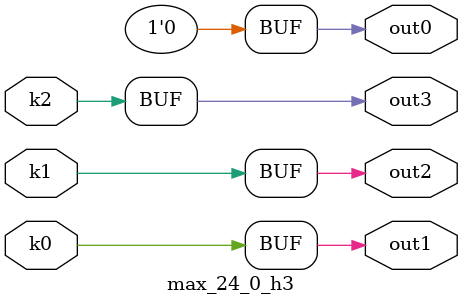
<source format=v>
module max_24_0(pi0, pi1, pi2, pi3, pi4, pi5, pi6, pi7, pi8, po0, po1, po2, po3);
input pi0, pi1, pi2, pi3, pi4, pi5, pi6, pi7, pi8;
output po0, po1, po2, po3;
wire k0, k1, k2;
max_24_0_w3 DUT1 (pi0, pi1, pi2, pi3, pi4, pi5, pi6, pi7, pi8, k0, k1, k2);
max_24_0_h3 DUT2 (k0, k1, k2, po0, po1, po2, po3);
endmodule

module max_24_0_w3(in8, in7, in6, in5, in4, in3, in2, in1, in0, k2, k1, k0);
input in8, in7, in6, in5, in4, in3, in2, in1, in0;
output k2, k1, k0;
assign k0 =   in0 ? ~in6 : ~in3;
assign k1 =   in0 ? ~in8 : ~in5;
assign k2 =   (((~in8 | (in5 & (in1 | in2))) & (in5 | in1 | in2)) | (~in6 & in3) | (~in7 & in4)) & (~in7 | in4 | (~in6 & in3)) & (~in6 | in3);
endmodule

module max_24_0_h3(k2, k1, k0, out3, out2, out1, out0);
input k2, k1, k0;
output out3, out2, out1, out0;
assign out0 = 0;
assign out1 = k0;
assign out2 = k1;
assign out3 = k2;
endmodule

</source>
